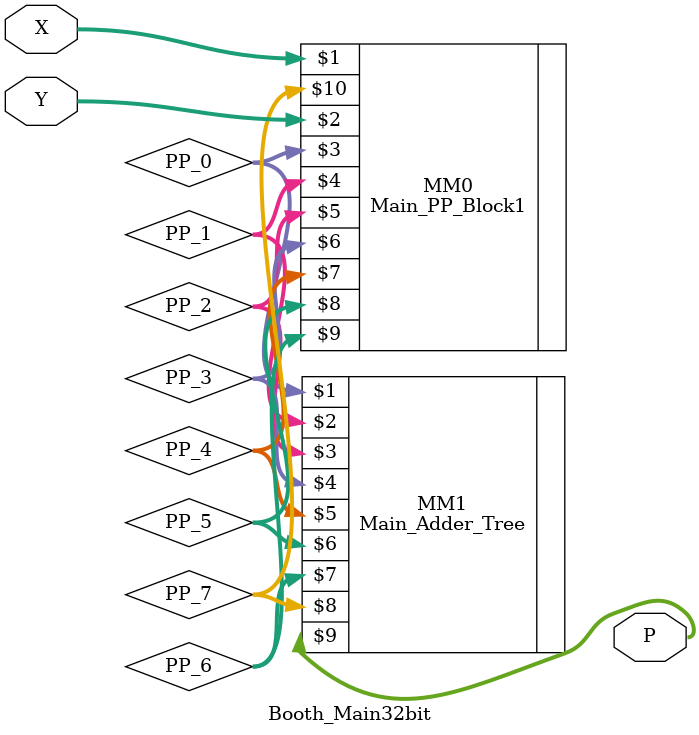
<source format=v>
module Booth_Main32bit (X,Y,P);
  input [31:0]X;
  input [31:0]Y;
  output [63:0]P;

  wire [63:0]PP_0;
  wire [63:0]PP_1;
  wire [63:0]PP_2;  
  wire [63:0]PP_3;  
  wire [63:0]PP_4;    
  wire [63:0]PP_5;    
  wire [63:0]PP_6;    
  wire [63:0]PP_7;    

  Main_PP_Block1 MM0 (X,Y,PP_0,PP_1,PP_2,PP_3,PP_4,PP_5,PP_6,PP_7);

  Main_Adder_Tree MM1 (PP_0,PP_1,PP_2,PP_3,PP_4,PP_5,PP_6,PP_7,P);


  
endmodule  
</source>
